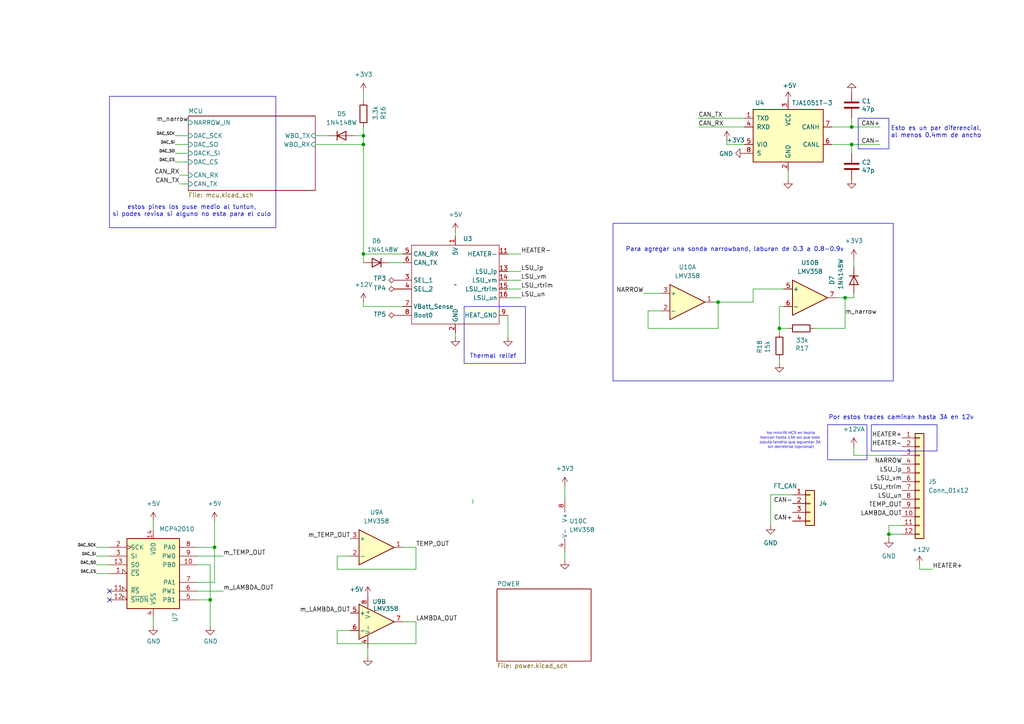
<source format=kicad_sch>
(kicad_sch (version 20230819) (generator eeschema)
  (paper "A4")
  (title_block (title "OpenEFI WBO Carrier Board") (date "2023-11-28") (rev "v3") (company "Churrosoft®") (comment 1 "CERN-OHL-S Licence"))
  (lib_symbols
    (symbol "+12V_1" (power) (pin_names (offset 0))
      (property "Value" "+12V" (at 0 3.556 0))
      (symbol "+12V_1_0_1"
        (polyline (pts (xy -0.762 1.27) (xy 0 2.54)))
        (polyline (pts (xy 0 0) (xy 0 2.54)))
        (polyline (pts (xy 0 2.54) (xy 0.762 1.27)))
      )
      (symbol "+12V_1_1_1"
        (pin power_in line (at 0 0 90) (length 0) hide (name "+12V") (number "1"))
      )
    )
    (symbol "+3V3_1" (power) (pin_names (offset 0))
      (property "Value" "+3V3" (at 0 3.556 0))
      (symbol "+3V3_1_0_1"
        (polyline (pts (xy -0.762 1.27) (xy 0 2.54)))
        (polyline (pts (xy 0 0) (xy 0 2.54)))
        (polyline (pts (xy 0 2.54) (xy 0.762 1.27)))
      )
      (symbol "+3V3_1_1_1"
        (pin power_in line (at 0 0 90) (length 0) hide (name "+3V3") (number "1"))
      )
    )
    (symbol "Amplifier_Operational:LMV358" (pin_names (offset 0.127))
      (property "Reference" "U" (at 0 5.08 0))
      (property "Value" "LMV358" (at 0 -5.08 0))
      (symbol "LMV358_1_1"
        (polyline (pts (xy -5.08 5.08) (xy 5.08 0) (xy -5.08 -5.08) (xy -5.08 5.08)) (stroke (width 0.254)) (fill (type background)))
        (pin output line (at 7.62 0 180) (length 2.54) (name "~") (number "1"))
        (pin input line (at -7.62 -2.54 0) (length 2.54) (name "-") (number "2"))
        (pin input line (at -7.62 2.54 0) (length 2.54) (name "+") (number "3"))
      )
      (symbol "LMV358_2_1"
        (polyline (pts (xy -5.08 5.08) (xy 5.08 0) (xy -5.08 -5.08) (xy -5.08 5.08)) (stroke (width 0.254)) (fill (type background)))
        (pin input line (at -7.62 2.54 0) (length 2.54) (name "+") (number "5"))
        (pin input line (at -7.62 -2.54 0) (length 2.54) (name "-") (number "6"))
        (pin output line (at 7.62 0 180) (length 2.54) (name "~") (number "7"))
      )
      (symbol "LMV358_3_1"
        (pin power_in line (at -2.54 -7.62 90) (length 3.81) (name "V-") (number "4"))
        (pin power_in line (at -2.54 7.62 270) (length 3.81) (name "V+") (number "8"))
      )
    )
    (symbol "Connector:TestPoint_Alt" (pin_numbers hide) (pin_names (offset 0.762) hide)
      (property "Reference" "TP" (at 0 6.858 0))
      (property "Value" "TestPoint_Alt" (at 0 5.08 0))
      (symbol "TestPoint_Alt_0_1"
        (polyline (pts (xy 0 2.54) (xy -0.762 3.302) (xy 0 4.064) (xy 0.762 3.302) (xy 0 2.54)))
      )
      (symbol "TestPoint_Alt_1_1"
        (pin passive line (at 0 0 90) (length 2.54) (name "1") (number "1"))
      )
    )
    (symbol "Connector_Generic:Conn_01x04" (pin_names (offset 1.016) hide)
      (property "Reference" "J" (at 0 5.08 0))
      (property "Value" "Conn_01x04" (at 0 -7.62 0))
      (symbol "Conn_01x04_1_1"
        (rectangle (start -1.27 -4.953) (end 0 -5.207) (stroke (width 0.1524)))
        (rectangle (start -1.27 -2.413) (end 0 -2.667) (stroke (width 0.1524)))
        (rectangle (start -1.27 0.127) (end 0 -0.127) (stroke (width 0.1524)))
        (rectangle (start -1.27 2.667) (end 0 2.413) (stroke (width 0.1524)))
        (rectangle (start -1.27 3.81) (end 1.27 -6.35) (stroke (width 0.254)) (fill (type background)))
        (pin passive line (at -5.08 2.54 0) (length 3.81) (name "Pin_1") (number "1"))
        (pin passive line (at -5.08 0 0) (length 3.81) (name "Pin_2") (number "2"))
        (pin passive line (at -5.08 -2.54 0) (length 3.81) (name "Pin_3") (number "3"))
        (pin passive line (at -5.08 -5.08 0) (length 3.81) (name "Pin_4") (number "4"))
      )
    )
    (symbol "Connector_Generic:Conn_01x12" (pin_names (offset 1.016) hide)
      (property "Reference" "J" (at 0 15.24 0))
      (property "Value" "Conn_01x12" (at 0 -17.78 0))
      (symbol "Conn_01x12_1_1"
        (rectangle (start -1.27 -15.113) (end 0 -15.367) (stroke (width 0.1524)))
        (rectangle (start -1.27 -12.573) (end 0 -12.827) (stroke (width 0.1524)))
        (rectangle (start -1.27 -10.033) (end 0 -10.287) (stroke (width 0.1524)))
        (rectangle (start -1.27 -7.493) (end 0 -7.747) (stroke (width 0.1524)))
        (rectangle (start -1.27 -4.953) (end 0 -5.207) (stroke (width 0.1524)))
        (rectangle (start -1.27 -2.413) (end 0 -2.667) (stroke (width 0.1524)))
        (rectangle (start -1.27 0.127) (end 0 -0.127) (stroke (width 0.1524)))
        (rectangle (start -1.27 2.667) (end 0 2.413) (stroke (width 0.1524)))
        (rectangle (start -1.27 5.207) (end 0 4.953) (stroke (width 0.1524)))
        (rectangle (start -1.27 7.747) (end 0 7.493) (stroke (width 0.1524)))
        (rectangle (start -1.27 10.287) (end 0 10.033) (stroke (width 0.1524)))
        (rectangle (start -1.27 12.827) (end 0 12.573) (stroke (width 0.1524)))
        (rectangle (start -1.27 13.97) (end 1.27 -16.51) (stroke (width 0.254)) (fill (type background)))
        (pin passive line (at -5.08 12.7 0) (length 3.81) (name "Pin_1") (number "1"))
        (pin passive line (at -5.08 -10.16 0) (length 3.81) (name "Pin_10") (number "10"))
        (pin passive line (at -5.08 -12.7 0) (length 3.81) (name "Pin_11") (number "11"))
        (pin passive line (at -5.08 -15.24 0) (length 3.81) (name "Pin_12") (number "12"))
        (pin passive line (at -5.08 10.16 0) (length 3.81) (name "Pin_2") (number "2"))
        (pin passive line (at -5.08 7.62 0) (length 3.81) (name "Pin_3") (number "3"))
        (pin passive line (at -5.08 5.08 0) (length 3.81) (name "Pin_4") (number "4"))
        (pin passive line (at -5.08 2.54 0) (length 3.81) (name "Pin_5") (number "5"))
        (pin passive line (at -5.08 0 0) (length 3.81) (name "Pin_6") (number "6"))
        (pin passive line (at -5.08 -2.54 0) (length 3.81) (name "Pin_7") (number "7"))
        (pin passive line (at -5.08 -5.08 0) (length 3.81) (name "Pin_8") (number "8"))
        (pin passive line (at -5.08 -7.62 0) (length 3.81) (name "Pin_9") (number "9"))
      )
    )
    (symbol "Device:C" (pin_numbers hide) (pin_names (offset 0.254))
      (property "Reference" "C" (at 0.635 2.54 0))
      (property "Value" "C" (at 0.635 -2.54 0))
      (symbol "C_0_1"
        (polyline (pts (xy -2.032 -0.762) (xy 2.032 -0.762)) (stroke (width 0.508)))
        (polyline (pts (xy -2.032 0.762) (xy 2.032 0.762)) (stroke (width 0.508)))
      )
      (symbol "C_1_1"
        (pin passive line (at 0 3.81 270) (length 2.794) (name "~") (number "1"))
        (pin passive line (at 0 -3.81 90) (length 2.794) (name "~") (number "2"))
      )
    )
    (symbol "Device:R" (pin_numbers hide) (pin_names (offset 0))
      (property "Reference" "R" (at 2.032 0 90))
      (property "Value" "R" (at 0 0 90))
      (symbol "R_0_1"
        (rectangle (start -1.016 -2.54) (end 1.016 2.54) (stroke (width 0.254)))
      )
      (symbol "R_1_1"
        (pin passive line (at 0 3.81 270) (length 1.27) (name "~") (number "1"))
        (pin passive line (at 0 -3.81 90) (length 1.27) (name "~") (number "2"))
      )
    )
    (symbol "Diode:1N4148W" (pin_numbers hide) (pin_names hide)
      (property "Reference" "D" (at 0 2.54 0))
      (property "Value" "1N4148W" (at 0 -2.54 0))
      (symbol "1N4148W_0_1"
        (polyline (pts (xy -1.27 1.27) (xy -1.27 -1.27)) (stroke (width 0.254)))
        (polyline (pts (xy 1.27 0) (xy -1.27 0)))
        (polyline (pts (xy 1.27 1.27) (xy 1.27 -1.27) (xy -1.27 0) (xy 1.27 1.27)) (stroke (width 0.254)))
      )
      (symbol "1N4148W_1_1"
        (pin passive line (at -3.81 0 0) (length 2.54) (name "K") (number "1"))
        (pin passive line (at 3.81 0 180) (length 2.54) (name "A") (number "2"))
      )
    )
    (symbol "GND_1" (power) (pin_names (offset 0))
      (property "Value" "GND" (at 0 -3.81 0))
      (symbol "GND_1_0_1"
        (polyline (pts (xy 0 0) (xy 0 -1.27) (xy 1.27 -1.27) (xy 0 -2.54) (xy -1.27 -1.27) (xy 0 -1.27)))
      )
      (symbol "GND_1_1_1"
        (pin power_in line (at 0 0 270) (length 0) hide (name "GND") (number "1"))
      )
    )
    (symbol "Interface_CAN_LIN:TJA1051T-3" (pin_names (offset 1.016))
      (property "Reference" "U" (at -10.16 8.89 0))
      (property "Value" "TJA1051T-3" (at 1.27 8.89 0))
      (symbol "TJA1051T-3_0_1"
        (rectangle (start -10.16 7.62) (end 10.16 -7.62) (stroke (width 0.254)) (fill (type background)))
      )
      (symbol "TJA1051T-3_1_1"
        (pin input line (at -12.7 5.08 0) (length 2.54) (name "TXD") (number "1"))
        (pin power_in line (at 0 -10.16 90) (length 2.54) (name "GND") (number "2"))
        (pin power_in line (at 0 10.16 270) (length 2.54) (name "VCC") (number "3"))
        (pin output line (at -12.7 2.54 0) (length 2.54) (name "RXD") (number "4"))
        (pin power_in line (at -12.7 -2.54 0) (length 2.54) (name "VIO") (number "5"))
        (pin bidirectional line (at 12.7 -2.54 180) (length 2.54) (name "CANL") (number "6"))
        (pin bidirectional line (at 12.7 2.54 180) (length 2.54) (name "CANH") (number "7"))
        (pin input line (at -12.7 -5.08 0) (length 2.54) (name "S") (number "8"))
      )
    )
    (symbol "OpenEFI_LIB:RusEFI_WBO"
      (property "Reference" "U" (at 0 0 0))
      (symbol "RusEFI_WBO_0_1"
        (rectangle (start -12.7 11.43) (end 12.7 -11.43))
      )
      (symbol "RusEFI_WBO_1_1"
        (pin power_in line (at 0 13.97 270) (length 2.54) (name "5V") (number "1"))
        (pin power_in line (at 15.24 -8.89 180) (length 2.54) hide (name "HEAT_GND2") (number "10"))
        (pin power_out line (at 15.24 8.89 180) (length 2.54) (name "HEATER-") (number "11"))
        (pin power_out line (at 15.24 8.89 180) (length 2.54) hide (name "HEATER-") (number "12"))
        (pin bidirectional line (at 15.24 3.81 180) (length 2.54) (name "LSU_ip") (number "13"))
        (pin bidirectional line (at 15.24 1.27 180) (length 2.54) (name "LSU_vm") (number "14"))
        (pin bidirectional line (at 15.24 -1.27 180) (length 2.54) (name "LSU_rtrim") (number "15"))
        (pin bidirectional line (at 15.24 -3.81 180) (length 2.54) (name "LSU_un") (number "16"))
        (pin power_in line (at 0 -13.97 90) (length 2.54) (name "GND") (number "2"))
        (pin input line (at -15.24 1.27 0) (length 2.54) (name "SEL_1") (number "3"))
        (pin input line (at -15.24 -1.27 0) (length 2.54) (name "SEL_2") (number "4"))
        (pin input line (at -15.24 8.89 0) (length 2.54) (name "CAN_RX") (number "5"))
        (pin output line (at -15.24 6.35 0) (length 2.54) (name "CAN_TX") (number "6"))
        (pin input line (at -15.24 -6.35 0) (length 2.54) (name "VBatt_Sense") (number "7"))
        (pin input line (at -15.24 -8.89 0) (length 2.54) (name "Boot0") (number "8"))
        (pin power_in line (at 15.24 -8.89 180) (length 2.54) (name "HEAT_GND") (number "9"))
      )
    )
    (symbol "Potentiometer_Digital:MCP42010" (pin_names (offset 1.016))
      (property "Reference" "U" (at -7.62 11.43 0))
      (property "Value" "MCP42010" (at 2.54 11.43 0))
      (symbol "MCP42010_0_1"
        (rectangle (start -7.62 10.16) (end 7.62 -10.16) (stroke (width 0.254)) (fill (type background)))
      )
      (symbol "MCP42010_1_1"
        (pin input input_low (at -12.7 0 0) (length 5.08) (name "~{CS}") (number "1"))
        (pin passive line (at 12.7 2.54 180) (length 5.08) (name "PB0") (number "10"))
        (pin input input_low (at -12.7 -5.08 0) (length 5.08) (name "~{RS}") (number "11"))
        (pin input input_low (at -12.7 -7.62 0) (length 5.08) (name "~{SHDN}") (number "12"))
        (pin output line (at -12.7 2.54 0) (length 5.08) (name "SO") (number "13"))
        (pin power_in line (at 0 12.7 270) (length 2.54) (name "VDD") (number "14"))
        (pin input clock (at -12.7 7.62 0) (length 5.08) (name "SCK") (number "2"))
        (pin input line (at -12.7 5.08 0) (length 5.08) (name "SI") (number "3"))
        (pin power_in line (at 0 -12.7 90) (length 2.54) (name "VSS") (number "4"))
        (pin passive line (at 12.7 -7.62 180) (length 5.08) (name "PB1") (number "5"))
        (pin passive line (at 12.7 -5.08 180) (length 5.08) (name "PW1") (number "6"))
        (pin passive line (at 12.7 -2.54 180) (length 5.08) (name "PA1") (number "7"))
        (pin passive line (at 12.7 7.62 180) (length 5.08) (name "PA0") (number "8"))
        (pin passive line (at 12.7 5.08 180) (length 5.08) (name "PW0") (number "9"))
      )
    )
    (symbol "power:+12V" (power) (pin_names (offset 0))
      (property "Value" "+12V" (at 0 3.556 0))
      (symbol "+12V_0_1"
        (polyline (pts (xy -0.762 1.27) (xy 0 2.54)))
        (polyline (pts (xy 0 0) (xy 0 2.54)))
        (polyline (pts (xy 0 2.54) (xy 0.762 1.27)))
      )
      (symbol "+12V_1_1"
        (pin power_in line (at 0 0 90) (length 0) hide (name "+12V") (number "1"))
      )
    )
    (symbol "power:+12VA" (power) (pin_names (offset 0))
      (property "Value" "+12VA" (at 0 3.556 0))
      (symbol "+12VA_0_1"
        (polyline (pts (xy -0.762 1.27) (xy 0 2.54)))
        (polyline (pts (xy 0 0) (xy 0 2.54)))
        (polyline (pts (xy 0 2.54) (xy 0.762 1.27)))
      )
      (symbol "+12VA_1_1"
        (pin power_in line (at 0 0 90) (length 0) hide (name "+12VA") (number "1"))
      )
    )
    (symbol "power:+3V3" (power) (pin_names (offset 0))
      (property "Value" "+3V3" (at 0 3.556 0))
      (symbol "+3V3_0_1"
        (polyline (pts (xy -0.762 1.27) (xy 0 2.54)))
        (polyline (pts (xy 0 0) (xy 0 2.54)))
        (polyline (pts (xy 0 2.54) (xy 0.762 1.27)))
      )
      (symbol "+3V3_1_1"
        (pin power_in line (at 0 0 90) (length 0) hide (name "+3V3") (number "1"))
      )
    )
    (symbol "power:+5V" (power) (pin_names (offset 0))
      (property "Value" "+5V" (at 0 3.556 0))
      (symbol "+5V_0_1"
        (polyline (pts (xy -0.762 1.27) (xy 0 2.54)))
        (polyline (pts (xy 0 0) (xy 0 2.54)))
        (polyline (pts (xy 0 2.54) (xy 0.762 1.27)))
      )
      (symbol "+5V_1_1"
        (pin power_in line (at 0 0 90) (length 0) hide (name "+5V") (number "1"))
      )
    )
    (symbol "power:GND" (power) (pin_names (offset 0))
      (property "Value" "GND" (at 0 -3.81 0))
      (symbol "GND_0_1"
        (polyline (pts (xy 0 0) (xy 0 -1.27) (xy 1.27 -1.27) (xy 0 -2.54) (xy -1.27 -1.27) (xy 0 -1.27)))
      )
      (symbol "GND_1_1"
        (pin power_in line (at 0 0 270) (length 0) hide (name "GND") (number "1"))
      )
    )
  )
  (junction (at 105.41 73.66))
  (junction (at 62.23 158.75))
  (junction (at 105.41 39.37))
  (junction (at 226.06 95.25))
  (junction (at 105.41 41.91))
  (junction (at 60.96 173.99))
  (junction (at 257.81 154.94))
  (junction (at 247.015 41.91))
  (junction (at 247.015 36.83))
  (junction (at 208.28 87.63))
  (junction (at 245.11 86.36))
  (no_connect (at 31.75 173.99))
  (no_connect (at 31.75 171.45))
  (wire (pts (xy 186.69 85.09) (xy 191.77 85.09)))
  (wire (pts (xy 191.77 90.17) (xy 187.96 90.17)))
  (wire (pts (xy 227.33 83.82) (xy 218.44 83.82)))
  (wire (pts (xy 210.82 41.91) (xy 215.9 41.91)))
  (wire (pts (xy 147.32 81.28) (xy 151.13 81.28)))
  (wire (pts (xy 120.65 158.75) (xy 120.65 165.1)))
  (wire (pts (xy 105.41 41.91) (xy 105.41 39.37)))
  (wire (pts (xy 120.65 186.69) (xy 120.65 180.34)))
  (wire (pts (xy 101.6 161.29) (xy 97.79 161.29)))
  (wire (pts (xy 105.41 41.91) (xy 105.41 73.66)))
  (wire (pts (xy 226.06 88.9) (xy 226.06 95.25)))
  (wire (pts (xy 147.32 78.74) (xy 151.13 78.74)))
  (wire (pts (xy 44.45 179.07) (xy 44.45 181.61)))
  (wire (pts (xy 50.8 39.37) (xy 54.61 39.37)))
  (wire (pts (xy 50.8 41.91) (xy 54.61 41.91)))
  (wire (pts (xy 27.94 166.37) (xy 31.75 166.37)))
  (wire (pts (xy 27.94 158.75) (xy 31.75 158.75)))
  (wire (pts (xy 163.83 140.97) (xy 163.83 144.78)))
  (wire (pts (xy 52.07 50.8) (xy 54.61 50.8)))
  (wire (pts (xy 147.32 86.36) (xy 151.13 86.36)))
  (wire (pts (xy 106.68 187.96) (xy 106.68 190.5)))
  (wire (pts (xy 257.81 154.94) (xy 261.62 154.94)))
  (wire (pts (xy 208.28 95.25) (xy 208.28 87.63)))
  (wire (pts (xy 223.52 143.51) (xy 229.87 143.51)))
  (wire (pts (xy 91.44 39.37) (xy 95.25 39.37)))
  (wire (pts (xy 147.32 91.44) (xy 147.32 97.79)))
  (wire (pts (xy 247.65 86.36) (xy 245.11 86.36)))
  (wire (pts (xy 223.52 152.4) (xy 223.52 143.51)))
  (wire (pts (xy 236.22 95.25) (xy 245.11 95.25)))
  (wire (pts (xy 52.07 53.34) (xy 54.61 53.34)))
  (wire (pts (xy 228.6 95.25) (xy 226.06 95.25)))
  (wire (pts (xy 105.41 39.37) (xy 102.87 39.37)))
  (wire (pts (xy 105.41 26.67) (xy 105.41 29.21)))
  (wire (pts (xy 202.565 34.29) (xy 215.9 34.29)))
  (wire (pts (xy 105.41 36.83) (xy 105.41 39.37)))
  (wire (pts (xy 261.62 152.4) (xy 257.81 152.4)))
  (wire (pts (xy 227.33 88.9) (xy 226.06 88.9)))
  (wire (pts (xy 50.8 46.99) (xy 54.61 46.99)))
  (wire (pts (xy 57.15 161.29) (xy 64.77 161.29)))
  (wire (pts (xy 270.51 165.1) (xy 266.7 165.1)))
  (wire (pts (xy 101.6 182.88) (xy 97.79 182.88)))
  (wire (pts (xy 218.44 83.82) (xy 218.44 87.63)))
  (wire (pts (xy 208.28 87.63) (xy 207.01 87.63)))
  (wire (pts (xy 261.62 132.08) (xy 247.65 132.08)))
  (wire (pts (xy 97.79 161.29) (xy 97.79 165.1)))
  (wire (pts (xy 163.83 160.02) (xy 163.83 162.56)))
  (wire (pts (xy 60.96 173.99) (xy 60.96 181.61)))
  (wire (pts (xy 226.06 104.14) (xy 226.06 105.41)))
  (wire (pts (xy 137.16 144.78) (xy 137.16 146.05)))
  (wire (pts (xy 187.96 90.17) (xy 187.96 95.25)))
  (wire (pts (xy 105.41 88.9) (xy 116.84 88.9)))
  (wire (pts (xy 247.65 85.09) (xy 247.65 86.36)))
  (wire (pts (xy 57.15 163.83) (xy 60.96 163.83)))
  (wire (pts (xy 116.84 73.66) (xy 105.41 73.66)))
  (wire (pts (xy 241.3 36.83) (xy 247.015 36.83)))
  (wire (pts (xy 228.6 52.07) (xy 228.6 49.53)))
  (wire (pts (xy 147.32 83.82) (xy 151.13 83.82)))
  (wire (pts (xy 62.23 158.75) (xy 57.15 158.75)))
  (wire (pts (xy 187.96 95.25) (xy 208.28 95.25)))
  (wire (pts (xy 247.015 36.83) (xy 255.27 36.83)))
  (wire (pts (xy 50.8 44.45) (xy 54.61 44.45)))
  (wire (pts (xy 27.94 163.83) (xy 31.75 163.83)))
  (wire (pts (xy 113.03 76.2) (xy 116.84 76.2)))
  (wire (pts (xy 57.15 168.91) (xy 62.23 168.91)))
  (wire (pts (xy 210.82 40.64) (xy 210.82 41.91)))
  (wire (pts (xy 27.94 161.29) (xy 31.75 161.29)))
  (wire (pts (xy 60.96 173.99) (xy 57.15 173.99)))
  (wire (pts (xy 62.23 168.91) (xy 62.23 158.75)))
  (wire (pts (xy 44.45 153.67) (xy 44.45 151.13)))
  (wire (pts (xy 105.41 73.66) (xy 105.41 76.2)))
  (wire (pts (xy 97.79 165.1) (xy 120.65 165.1)))
  (wire (pts (xy 91.44 41.91) (xy 105.41 41.91)))
  (wire (pts (xy 62.23 151.13) (xy 62.23 158.75)))
  (wire (pts (xy 257.81 156.21) (xy 257.81 154.94)))
  (wire (pts (xy 241.3 41.91) (xy 247.015 41.91)))
  (wire (pts (xy 57.15 171.45) (xy 64.77 171.45)))
  (wire (pts (xy 60.96 163.83) (xy 60.96 173.99)))
  (wire (pts (xy 147.32 73.66) (xy 151.13 73.66)))
  (wire (pts (xy 105.41 87.63) (xy 105.41 88.9)))
  (wire (pts (xy 120.65 158.75) (xy 116.84 158.75)))
  (wire (pts (xy 215.9 36.83) (xy 202.565 36.83)))
  (wire (pts (xy 247.65 132.08) (xy 247.65 129.54)))
  (wire (pts (xy 266.7 165.1) (xy 266.7 163.83)))
  (wire (pts (xy 97.79 186.69) (xy 120.65 186.69)))
  (wire (pts (xy 257.81 152.4) (xy 257.81 154.94)))
  (wire (pts (xy 226.06 95.25) (xy 226.06 96.52)))
  (wire (pts (xy 247.65 74.93) (xy 247.65 77.47)))
  (wire (pts (xy 247.015 34.29) (xy 247.015 36.83)))
  (wire (pts (xy 97.79 182.88) (xy 97.79 186.69)))
  (wire (pts (xy 245.11 95.25) (xy 245.11 86.36)))
  (wire (pts (xy 132.08 96.52) (xy 132.08 97.79)))
  (wire (pts (xy 132.08 67.31) (xy 132.08 68.58)))
  (wire (pts (xy 247.015 41.91) (xy 255.27 41.91)))
  (wire (pts (xy 218.44 87.63) (xy 208.28 87.63)))
  (wire (pts (xy 247.015 41.91) (xy 247.015 44.45)))
  (wire (pts (xy 245.11 86.36) (xy 242.57 86.36)))
  (wire (pts (xy 120.65 180.34) (xy 116.84 180.34)))
  (rectangle (start 31.75 27.94) (end 80.01 66.04))
  (rectangle (start 252.73 123.19) (end 271.78 130.81))
  (rectangle (start 177.8 64.77) (end 259.08 110.49))
  (rectangle (start 134.62 88.9) (end 152.4 105.41))
  (rectangle (start 240.03 123.19) (end 251.46 133.35))
  (rectangle (start 248.92 34.29) (end 257.81 43.18))
  (text "Thermal relief\n" (at 143.002 103.378 0) (effects (font (size 1.27 1.27))))
  (text "Para agregar una sonda narrowband, laburan de 0.3 a 0.8-0.9v" (at 213.106 72.39 0) (effects (font (size 1.27 1.27))))
  (text "Esto es un par diferencial,\nal menos 0.4mm de ancho" (at 271.526 38.354 0) (effects (font (size 1.27 1.27))))
  (text "Por estos traces caminan hasta 3A en 12v" (at 261.366 121.158 0) (effects (font (size 1.27 1.27))))
  (text "los mini-fit HCS en teoria\nbancan hasta 13A asi que este \njoputa tendria que aguantar 3A \nsin derretirse (opcional)" (at 229.362 128.016 0) (effects (font (size 0.8 0.8))))
  (text "estos pines los puse medio al tuntun,\nsi podes revisa si alguno no esta para el culo" (at 55.626 61.214 0) (effects (font (size 1.27 1.27))))
  (label "LSU_vm" (at 261.62 139.7 180))
  (label "LSU_vm" (at 151.13 81.28 0))
  (label "m_LAMBDA_OUT" (at 64.77 171.45 0))
  (label "LSU_un" (at 151.13 86.36 0))
  (label "LSU_rtrim" (at 151.13 83.82 0))
  (label "DAC_CS" (at 27.94 166.37 180) (effects (font (size 0.8 0.8))))
  (label "CAN_RX" (at 202.565 36.83 0))
  (label "HEATER-" (at 151.13 73.66 0))
  (label "HEATER+" (at 270.51 165.1 0))
  (label "LSU_un" (at 261.62 144.78 180))
  (label "m_LAMBDA_OUT" (at 101.6 177.8 180))
  (label "DAC_CS" (at 50.8 46.99 180) (effects (font (size 0.8 0.8))))
  (label "CAN_TX" (at 202.565 34.29 0))
  (label "LSU_ip" (at 151.13 78.74 0))
  (label "m_narrow" (at 54.61 35.56 180))
  (label "CAN_TX" (at 52.07 53.34 180))
  (label "NARROW" (at 261.62 134.62 180))
  (label "m_narrow" (at 245.11 91.44 0))
  (label "CAN-" (at 229.87 146.05 180))
  (label "LAMBDA_OUT" (at 261.62 149.86 180))
  (label "HEATER-" (at 261.62 129.54 180))
  (label "HEATER+" (at 261.62 127 180))
  (label "m_TEMP_OUT" (at 101.6 156.21 180))
  (label "NARROW" (at 186.69 85.09 180))
  (label "DAC_SCK" (at 27.94 158.75 180) (effects (font (size 0.8 0.8))))
  (label "TEMP_OUT" (at 120.65 158.75 0))
  (label "LSU_ip" (at 261.62 137.16 180))
  (label "CAN+" (at 255.27 36.83 180))
  (label "DAC_SCK" (at 50.8 39.37 180) (effects (font (size 0.8 0.8))))
  (label "DAC_SI" (at 27.94 161.29 180) (effects (font (size 0.8 0.8))))
  (label "DAC_SI" (at 50.8 41.91 180) (effects (font (size 0.8 0.8))))
  (label "DAC_SO" (at 27.94 163.83 180) (effects (font (size 0.8 0.8))))
  (label "TEMP_OUT" (at 261.62 147.32 180))
  (label "m_TEMP_OUT" (at 64.77 161.29 0))
  (label "CAN_RX" (at 52.07 50.8 180))
  (label "LAMBDA_OUT" (at 120.65 180.34 0))
  (label "CAN+" (at 229.87 151.13 180))
  (label "CAN-" (at 255.27 41.91 180))
  (label "LSU_rtrim" (at 261.62 142.24 180))
  (label "DAC_SO" (at 50.8 44.45 180) (effects (font (size 0.8 0.8))))
  (symbol (lib_id "power:+12VA") (at 247.65 129.54 0) (unit 1)
    (property "Reference" "#PWR056" (effects hide))
    (property "Value" "+12VA" (at 247.65 124.46 0))
    (property "Description" "Power symbol creates a global label with name \"+12VA\"" (effects hide))
  )
  (symbol (lib_name "GND_1") (lib_id "power:GND") (at 257.81 156.21 0) (unit 1)
    (property "Reference" "#PWR055" (effects hide))
    (property "Value" "GND" (at 257.81 161.29 0))
    (property "Description" "Power symbol creates a global label with name \"GND\" , ground" (effects hide))
  )
  (symbol (lib_id "power:GND") (at 226.06 105.41 0) (unit 1)
    (property "Reference" "#PWR070" (effects hide))
    (property "Value" "GND" (effects hide))
  )
  (symbol (lib_id "Device:R") (at 105.41 33.02 0) (mirror x) (unit 1)
    (property "Reference" "R16" (at 111.1758 32.766 90))
    (property "Value" "3.3k" (at 108.8644 32.766 90))
    (property "Footprint" "Resistor_SMD:R_0603_1608Metric" (effects hide))
  )
  (symbol (lib_name "+12V_1") (lib_id "power:+12V") (at 105.41 87.63 0) (unit 1)
    (property "Reference" "#PWR058" (effects hide))
    (property "Value" "+12V" (at 105.41 82.55 0))
    (property "Description" "Power symbol creates a global label with name \"+12V\"" (effects hide))
  )
  (symbol (lib_id "Amplifier_Operational:LMV358") (at 109.22 158.75 0) (unit 1)
    (property "Reference" "U9" (at 109.22 148.59 0))
    (property "Value" "LMV358" (at 109.22 151.13 0))
    (property "Footprint" "Package_SO:SOIC-8W_5.3x5.3mm_P1.27mm" (effects hide))
    (property "Datasheet" "http://www.ti.com/lit/ds/symlink/lmv324.pdf" (effects hide))
    (property "Description" "Dual Low-Voltage Rail-to-Rail Output Operational Amplifiers, SOIC-8/SSOP-8" (effects hide))
  )
  (symbol (lib_id "Amplifier_Operational:LMV358") (at 109.22 180.34 0) (unit 2)
    (property "Reference" "U9" (at 109.982 174.498 0))
    (property "Value" "LMV358" (effects hide))
    (property "Footprint" "Package_SO:SOIC-8W_5.3x5.3mm_P1.27mm" (effects hide))
    (property "Datasheet" "http://www.ti.com/lit/ds/symlink/lmv324.pdf" (effects hide))
    (property "Description" "Dual Low-Voltage Rail-to-Rail Output Operational Amplifiers, SOIC-8/SSOP-8" (effects hide))
  )
  (symbol (lib_id "power:GND") (at 247.015 26.67 180) (unit 1)
    (property "Reference" "#PWR031" (effects hide))
    (property "Value" "GND" (effects hide))
  )
  (symbol (lib_id "Amplifier_Operational:LMV358") (at 109.22 180.34 0) (unit 3)
    (property "Reference" "U9" (effects hide))
    (property "Value" "LMV358" (at 108.204 176.53 0) (effects (justify left)))
    (property "Footprint" "Package_SO:SOIC-8W_5.3x5.3mm_P1.27mm" (effects hide))
    (property "Datasheet" "http://www.ti.com/lit/ds/symlink/lmv324.pdf" (effects hide))
    (property "Description" "Dual Low-Voltage Rail-to-Rail Output Operational Amplifiers, SOIC-8/SSOP-8" (effects hide))
  )
  (symbol (lib_id "Interface_CAN_LIN:TJA1051T-3") (at 228.6 39.37 0) (unit 1)
    (property "Reference" "U4" (at 220.345 29.845 0))
    (property "Value" "TJA1051T-3" (at 235.585 29.845 0))
    (property "Footprint" "Package_SO:SOP-8_3.9x4.9mm_P1.27mm" (effects hide))
    (property "Datasheet" "http://www.nxp.com/documents/data_sheet/TJA1051.pdf" (effects hide))
    (property "LCSC" "C5342108" (effects hide))
  )
  (symbol (lib_id "Amplifier_Operational:LMV358") (at 166.37 152.4 0) (unit 3)
    (property "Reference" "U10" (at 165.1 151.1299 0) (effects (justify left)))
    (property "Value" "LMV358" (at 165.1 153.6699 0) (effects (justify left)))
    (property "Datasheet" "http://www.ti.com/lit/ds/symlink/lmv324.pdf" (effects hide))
    (property "Description" "Dual Low-Voltage Rail-to-Rail Output Operational Amplifiers, SOIC-8/SSOP-8" (effects hide))
  )
  (symbol (lib_id "Connector:TestPoint_Alt") (at 116.84 91.44 90) (unit 1)
    (property "Reference" "TP5" (at 112.014 91.186 90) (effects (justify left)))
    (property "Value" "TestPoint_Alt" (effects hide))
    (property "Footprint" "TestPoint:TestPoint_Pad_1.0x1.0mm" (effects hide))
    (property "Description" "test point (alternative shape)" (effects hide))
  )
  (symbol (lib_id "power:GND") (at 163.83 162.56 0) (unit 1)
    (property "Reference" "#PWR067" (effects hide))
    (property "Value" "GND" (effects hide))
  )
  (symbol (lib_name "+3V3_1") (lib_id "power:+3V3") (at 163.83 140.97 0) (unit 1)
    (property "Reference" "#PWR068" (effects hide))
    (property "Value" "+3V3" (at 163.83 135.89 0))
    (property "Description" "Power symbol creates a global label with name \"+3V3\"" (effects hide))
  )
  (symbol (lib_id "Connector_Generic:Conn_01x12") (at 266.7 139.7 0) (unit 1)
    (property "Reference" "J5" (at 269.24 139.6999 0) (effects (justify left)))
    (property "Value" "Conn_01x12" (at 269.24 142.2399 0) (effects (justify left)))
    (property "Footprint" "Connector_Molex:Molex_Mini-Fit_Jr_5566-12A2_2x06_P4.20mm_Vertical" (effects hide))
    (property "Description" "Generic connector, single row, 01x12, script generated (kicad-library-utils/schlib/autogen/connector/)" (effects hide))
  )
  (symbol (lib_id "power:+5V") (at 62.23 151.13 0) (unit 1)
    (property "Reference" "#PWR050" (effects hide))
    (property "Value" "+5V" (at 62.23 146.05 0))
  )
  (symbol (lib_id "Connector:TestPoint_Alt") (at 116.84 83.82 90) (unit 1)
    (property "Reference" "TP4" (at 112.014 83.566 90) (effects (justify left)))
    (property "Value" "TestPoint_Alt" (effects hide))
    (property "Footprint" "TestPoint:TestPoint_Pad_1.0x1.0mm" (effects hide))
    (property "Description" "test point (alternative shape)" (effects hide))
  )
  (symbol (lib_id "power:+5V") (at 132.08 67.31 0) (unit 1)
    (property "Reference" "#PWR061" (effects hide))
    (property "Value" "+5V" (at 132.08 62.23 0))
  )
  (symbol (lib_id "Potentiometer_Digital:MCP42010") (at 44.45 166.37 0) (unit 1)
    (property "Reference" "U7" (at 50.8 179.07 90))
    (property "Value" "MCP42010" (at 51.308 153.416 0))
    (property "Footprint" "Package_SO:SOIC-14_3.9x8.7mm_P1.27mm" (effects hide))
    (property "Datasheet" "http://ww1.microchip.com/downloads/en/DeviceDoc/11195c.pdf" (effects hide))
    (property "LCSC" "C54781" (effects hide))
  )
  (symbol (lib_id "Amplifier_Operational:LMV358") (at 234.95 86.36 0) (unit 2)
    (property "Reference" "U10" (at 234.95 76.2 0))
    (property "Value" "LMV358" (at 234.95 78.74 0))
    (property "Datasheet" "http://www.ti.com/lit/ds/symlink/lmv324.pdf" (effects hide))
    (property "Description" "Dual Low-Voltage Rail-to-Rail Output Operational Amplifiers, SOIC-8/SSOP-8" (effects hide))
  )
  (symbol (lib_id "Diode:1N4148W") (at 247.65 81.28 270) (unit 1)
    (property "Reference" "D7" (at 241.3 81.28 0))
    (property "Value" "1N4148W" (at 243.84 79.502 0))
    (property "Footprint" "Diode_SMD:D_SOD-123" (effects hide))
    (property "Datasheet" "https://www.vishay.com/docs/85748/1n4148w.pdf" (effects hide))
    (property "Description" "75V 0.15A Fast Switching Diode, SOD-123" (effects hide))
    (property "Sim.Device" "D" (effects hide))
    (property "Sim.Pins" "1=K 2=A" (effects hide))
  )
  (symbol (lib_id "power:+3V3") (at 210.82 40.64 0) (unit 1)
    (property "Reference" "#PWR08" (effects hide))
    (property "Value" "+3V3" (at 213.36 40.64 0))
  )
  (symbol (lib_id "Device:C") (at 247.015 48.26 0) (unit 1)
    (property "Reference" "C2" (at 249.936 47.0916 0) (effects (justify left)))
    (property "Value" "47p" (at 249.936 49.403 0) (effects (justify left)))
    (property "Footprint" "Capacitor_SMD:C_0402_1005Metric" (effects hide))
    (property "LCSC" "C1567" (effects hide))
  )
  (symbol (lib_id "power:GND") (at 60.96 181.61 0) (unit 1)
    (property "Reference" "#PWR051" (effects hide))
    (property "Value" "GND" (at 61.087 186.0042 0))
  )
  (symbol (lib_id "OpenEFI_LIB:RusEFI_WBO") (at 132.08 82.55 0) (unit 1)
    (property "Reference" "U3" (at 134.2741 69.215 0) (effects (justify left)))
    (property "Value" "~" (at 132.08 82.55 0))
    (property "Footprint" "OpenEFI_LIB:RusEFI_WBO" (effects hide))
  )
  (symbol (lib_id "power:GND") (at 132.08 97.79 0) (unit 1)
    (property "Reference" "#PWR059" (effects hide))
    (property "Value" "GND" (effects hide))
  )
  (symbol (lib_name "+3V3_1") (lib_id "power:+3V3") (at 105.41 26.67 0) (unit 1)
    (property "Reference" "#PWR062" (effects hide))
    (property "Value" "+3V3" (at 105.41 21.59 0))
    (property "Description" "Power symbol creates a global label with name \"+3V3\"" (effects hide))
  )
  (symbol (lib_name "+3V3_1") (lib_id "power:+3V3") (at 247.65 74.93 0) (unit 1)
    (property "Reference" "#PWR069" (effects hide))
    (property "Value" "+3V3" (at 247.65 69.85 0))
    (property "Description" "Power symbol creates a global label with name \"+3V3\"" (effects hide))
  )
  (symbol (lib_id "power:GND") (at 147.32 97.79 0) (unit 1)
    (property "Reference" "#PWR060" (effects hide))
    (property "Value" "GND" (effects hide))
  )
  (symbol (lib_id "Diode:1N4148W") (at 99.06 39.37 0) (unit 1)
    (property "Reference" "D5" (at 99.06 33.02 0))
    (property "Value" "1N4148W" (at 99.06 35.56 0))
    (property "Footprint" "Diode_SMD:D_SOD-123" (effects hide))
    (property "Datasheet" "https://www.vishay.com/docs/85748/1n4148w.pdf" (effects hide))
    (property "Description" "75V 0.15A Fast Switching Diode, SOD-123" (effects hide))
    (property "Sim.Device" "D" (effects hide))
    (property "Sim.Pins" "1=K 2=A" (effects hide))
  )
  (symbol (lib_id "power:+5V") (at 228.6 29.21 0) (unit 1)
    (property "Reference" "#PWR012" (effects hide))
    (property "Value" "+5V" (at 228.981 24.8158 0))
  )
  (symbol (lib_id "power:+5V") (at 44.45 151.13 0) (unit 1)
    (property "Reference" "#PWR048" (effects hide))
    (property "Value" "+5V" (at 44.45 146.05 0))
  )
  (symbol (lib_id "Connector_Generic:Conn_01x04") (at 234.95 146.05 0) (unit 1)
    (property "Reference" "J4" (at 237.49 146.0499 0) (effects (justify left)))
    (property "Value" "FT_CAN" (at 224.282 140.97 0) (effects (justify left)))
    (property "Footprint" "Connector_Molex:Molex_Mini-Fit_Jr_5566-04A_2x02_P4.20mm_Vertical" (effects hide))
    (property "Description" "Generic connector, single row, 01x04, script generated (kicad-library-utils/schlib/autogen/connector/)" (effects hide))
  )
  (symbol (lib_id "Diode:1N4148W") (at 109.22 76.2 180) (unit 1)
    (property "Reference" "D6" (at 109.22 69.85 0))
    (property "Value" "1N4148W" (at 110.998 72.39 0))
    (property "Footprint" "Diode_SMD:D_SOD-123" (effects hide))
    (property "Datasheet" "https://www.vishay.com/docs/85748/1n4148w.pdf" (effects hide))
    (property "Description" "75V 0.15A Fast Switching Diode, SOD-123" (effects hide))
    (property "Sim.Device" "D" (effects hide))
    (property "Sim.Pins" "1=K 2=A" (effects hide))
  )
  (symbol (lib_id "Amplifier_Operational:LMV358") (at 199.39 87.63 0) (unit 1)
    (property "Reference" "U10" (at 199.39 77.47 0))
    (property "Value" "LMV358" (at 199.39 80.01 0))
    (property "Datasheet" "http://www.ti.com/lit/ds/symlink/lmv324.pdf" (effects hide))
    (property "Description" "Dual Low-Voltage Rail-to-Rail Output Operational Amplifiers, SOIC-8/SSOP-8" (effects hide))
  )
  (symbol (lib_id "power:GND") (at 215.9 44.45 270) (unit 1)
    (property "Reference" "#PWR011" (effects hide))
    (property "Value" "GND" (at 212.6488 44.577 90) (effects (justify right)))
  )
  (symbol (lib_id "power:GND") (at 228.6 52.07 0) (unit 1)
    (property "Reference" "#PWR030" (effects hide))
    (property "Value" "GND" (effects hide))
  )
  (symbol (lib_id "power:+12V") (at 266.7 163.83 0) (unit 1)
    (property "Reference" "#PWR057" (effects hide))
    (property "Value" "+12V" (at 267.081 159.4358 0))
  )
  (symbol (lib_id "power:GND") (at 106.68 190.5 0) (unit 1)
    (property "Reference" "#PWR053" (effects hide))
    (property "Value" "GND" (effects hide))
  )
  (symbol (lib_id "power:GND") (at 247.015 52.07 0) (unit 1)
    (property "Reference" "#PWR032" (effects hide))
    (property "Value" "GND" (effects hide))
  )
  (symbol (lib_id "Device:C") (at 247.015 30.48 0) (unit 1)
    (property "Reference" "C1" (at 249.936 29.3116 0) (effects (justify left)))
    (property "Value" "47p" (at 249.936 31.623 0) (effects (justify left)))
    (property "Footprint" "Capacitor_SMD:C_0402_1005Metric" (effects hide))
    (property "LCSC" "C1567" (effects hide))
  )
  (symbol (lib_id "power:+5V") (at 106.68 172.72 0) (unit 1)
    (property "Reference" "#PWR052" (effects hide))
    (property "Value" "+5V" (at 103.378 170.942 0))
  )
  (symbol (lib_id "Device:R") (at 232.41 95.25 90) (mirror x) (unit 1)
    (property "Reference" "R17" (at 232.664 101.0158 90))
    (property "Value" "33k" (at 232.664 98.7044 90))
    (property "Footprint" "Resistor_SMD:R_0603_1608Metric" (effects hide))
  )
  (symbol (lib_id "power:GND") (at 44.45 181.61 0) (unit 1)
    (property "Reference" "#PWR049" (effects hide))
    (property "Value" "GND" (at 44.577 186.0042 0))
  )
  (symbol (lib_id "Device:R") (at 226.06 100.33 0) (mirror y) (unit 1)
    (property "Reference" "R18" (at 220.2942 100.584 90))
    (property "Value" "15k" (at 222.6056 100.584 90))
    (property "Footprint" "Resistor_SMD:R_0603_1608Metric" (effects hide))
  )
  (symbol (lib_id "Connector:TestPoint_Alt") (at 116.84 81.28 90) (unit 1)
    (property "Reference" "TP3" (at 112.014 80.772 90) (effects (justify left)))
    (property "Value" "TestPoint_Alt" (effects hide))
    (property "Footprint" "TestPoint:TestPoint_Pad_1.0x1.0mm" (effects hide))
    (property "Description" "test point (alternative shape)" (effects hide))
  )
  (symbol (lib_name "GND_1") (lib_id "power:GND") (at 223.52 152.4 0) (unit 1)
    (property "Reference" "#PWR054" (effects hide))
    (property "Value" "GND" (at 223.52 157.48 0))
    (property "Description" "Power symbol creates a global label with name \"GND\" , ground" (effects hide))
  )
  (sheet (at 54.61 33.655) (size 36.83 21.59) (stroke (width 0.1524))
    (property "Sheetname" "MCU" (at 54.61 32.9434 0) (effects (justify left bottom)))
    (property "Sheetfile" "mcu.kicad_sch" (at 54.61 55.8296 0) (effects (justify left top)))
    (pin "DAC_CS" input (at 54.61 46.99 180))
    (pin "DACK_SI" input (at 54.61 44.45 180))
    (pin "DAC_SO" input (at 54.61 41.91 180))
    (pin "DAC_SCK" input (at 54.61 39.37 180))
    (pin "WBO_TX" input (at 91.44 39.37 0))
    (pin "WBO_RX" input (at 91.44 41.91 0))
    (pin "CAN_RX" input (at 54.61 50.8 180))
    (pin "CAN_TX" input (at 54.61 53.34 180))
    (pin "NARROW_IN" input (at 54.61 35.56 180))
  )
  (sheet (at 144.145 170.815) (size 27.305 20.955) (stroke (width 0.1524))
    (property "Sheetname" "POWER" (at 144.145 170.1034 0) (effects (justify left bottom)))
    (property "Sheetfile" "power.kicad_sch" (at 144.145 192.3546 0) (effects (justify left top)))
  )
)
</source>
